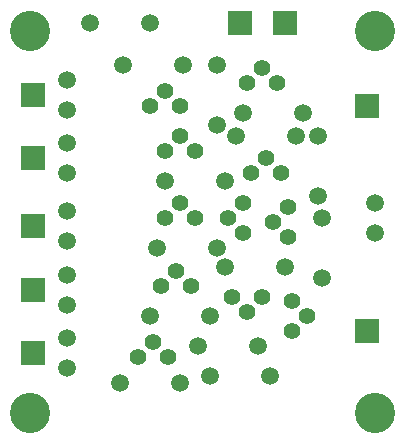
<source format=gbs>
G04 Output by ViewMate Deluxe V11.0.9  PentaLogix LLC*
G04 Sun May 11 19:32:23 2014*
%FSLAX33Y33*%
%MOMM*%
%IPPOS*%
%ADD100C,1.5113*%
%ADD101R,2.0041X2.0041*%
%ADD102C,1.4122*%
%ADD103C,3.4036*%

%LPD*%
X0Y0D2*D100*G1X11049Y10566D3*X23749Y11201D3*X22796Y13741D3*X32639Y23266D3*X32639Y25806D3*X25972Y31521D3*X26606Y33426D3*X27876Y31521D3*X27876Y26441D3*X28194Y24536D3*X28194Y19456D3*X25019Y20409D3*X14859Y27711D3*X14224Y21996D3*X13589Y16281D3*X16129Y10566D3*X18669Y11201D3*X17716Y13741D3*X18669Y16281D3*X19939Y20409D3*X19304Y21996D3*X19939Y27711D3*X19304Y32474D3*X20892Y31521D3*X21526Y33426D3*X19304Y37554D3*X16446Y37554D3*X13589Y41046D3*X11366Y37554D3*X8509Y41046D3*X6604Y36284D3*X6604Y33744D3*X6604Y30886D3*X6604Y28346D3*X6604Y25171D3*X6604Y22631D3*X6604Y19774D3*X6604Y17234D3*X6604Y14376D3*X6604Y11836D3*D101*X32004Y15011D3*X32004Y34061D3*X25019Y41046D3*X21209Y41046D3*X3746Y35014D3*X3746Y29616D3*X3746Y23901D3*X3746Y18504D3*X3746Y13106D3*D102*X24384Y35966D3*X23114Y37236D3*X21844Y35966D3*X13589Y34061D3*X14859Y35331D3*X16129Y34061D3*X17399Y30251D3*X16129Y31521D3*X14859Y30251D3*X14859Y24536D3*X16129Y25806D3*X17399Y24536D3*X25336Y22949D3*X24066Y24219D3*X25336Y25489D3*X24702Y28346D3*X23432Y29616D3*X22162Y28346D3*X21526Y25806D3*X20256Y24536D3*X21526Y23266D3*X15176Y12789D3*X12636Y12789D3*X13906Y14059D3*X14542Y18821D3*X15812Y20091D3*X17082Y18821D3*X20574Y17869D3*X21844Y16599D3*X23114Y17869D3*X25654Y17551D3*X25654Y15011D3*X26924Y16281D3*D103*X32639Y8026D3*X32639Y40411D3*X3429Y40411D3*X3429Y8026D3*X0Y0D2*M02*
</source>
